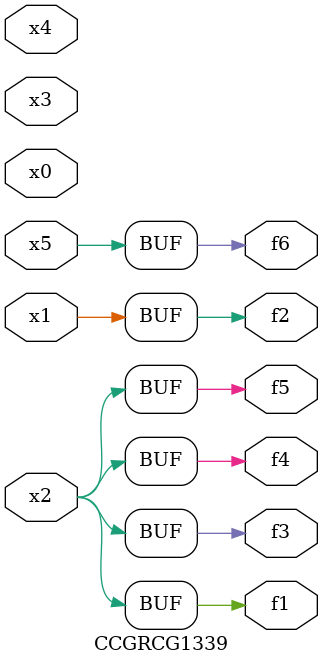
<source format=v>
module CCGRCG1339(
	input x0, x1, x2, x3, x4, x5,
	output f1, f2, f3, f4, f5, f6
);
	assign f1 = x2;
	assign f2 = x1;
	assign f3 = x2;
	assign f4 = x2;
	assign f5 = x2;
	assign f6 = x5;
endmodule

</source>
